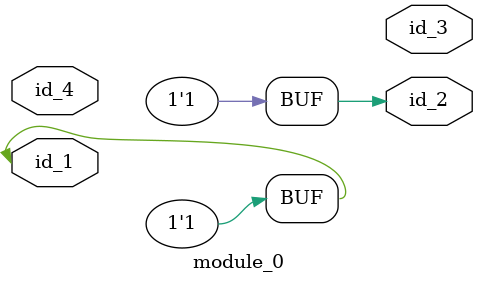
<source format=v>
module module_0 (
    id_1,
    id_2,
    id_3,
    id_4
);
  inout id_4;
  output id_3;
  output id_2;
  input id_1;
  generate
    assign id_4 = 1'h0;
    assign id_2 = id_1;
  endgenerate
  assign id_4 = 1;
  assign id_2 = 1;
  genvar id_4;
endmodule

</source>
